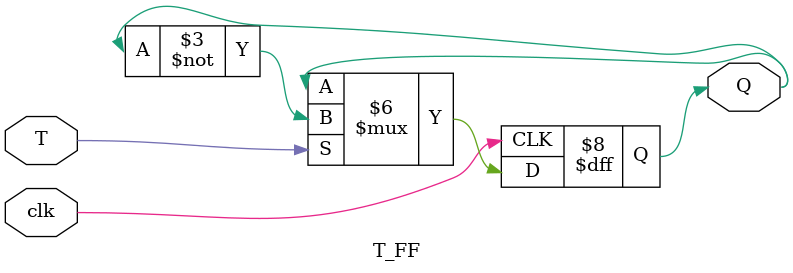
<source format=v>
`timescale 1ns / 1ps


module T_FF(
    input T,
    input clk,
    output Q
    );
    
    reg Q;
    
    initial begin 
        Q = 0; 
    end
    
    always@(negedge clk) begin
        if(T == 0)
            Q = Q;
        else
            Q = (~Q); 
    end
    
endmodule

</source>
